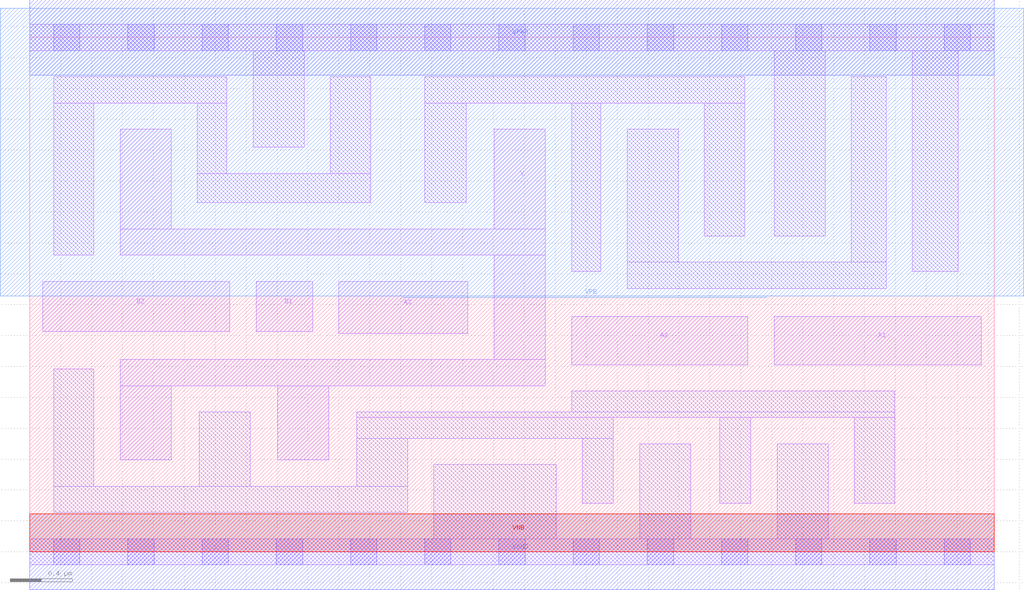
<source format=lef>
# Copyright 2020 The SkyWater PDK Authors
#
# Licensed under the Apache License, Version 2.0 (the "License");
# you may not use this file except in compliance with the License.
# You may obtain a copy of the License at
#
#     https://www.apache.org/licenses/LICENSE-2.0
#
# Unless required by applicable law or agreed to in writing, software
# distributed under the License is distributed on an "AS IS" BASIS,
# WITHOUT WARRANTIES OR CONDITIONS OF ANY KIND, either express or implied.
# See the License for the specific language governing permissions and
# limitations under the License.
#
# SPDX-License-Identifier: Apache-2.0

VERSION 5.7 ;
  NOWIREEXTENSIONATPIN ON ;
  DIVIDERCHAR "/" ;
  BUSBITCHARS "[]" ;
MACRO sky130_fd_sc_lp__o32ai_2
  CLASS CORE ;
  FOREIGN sky130_fd_sc_lp__o32ai_2 ;
  ORIGIN  0.000000  0.000000 ;
  SIZE  6.240000 BY  3.330000 ;
  SYMMETRY X Y R90 ;
  SITE unit ;
  PIN A1
    ANTENNAGATEAREA  0.630000 ;
    DIRECTION INPUT ;
    USE SIGNAL ;
    PORT
      LAYER li1 ;
        RECT 4.815000 1.210000 6.155000 1.525000 ;
    END
  END A1
  PIN A2
    ANTENNAGATEAREA  0.630000 ;
    DIRECTION INPUT ;
    USE SIGNAL ;
    PORT
      LAYER li1 ;
        RECT 3.505000 1.210000 4.645000 1.525000 ;
    END
  END A2
  PIN A3
    ANTENNAGATEAREA  0.630000 ;
    DIRECTION INPUT ;
    USE SIGNAL ;
    PORT
      LAYER li1 ;
        RECT 2.000000 1.415000 2.835000 1.750000 ;
    END
  END A3
  PIN B1
    ANTENNAGATEAREA  0.630000 ;
    DIRECTION INPUT ;
    USE SIGNAL ;
    PORT
      LAYER li1 ;
        RECT 1.465000 1.425000 1.830000 1.750000 ;
    END
  END B1
  PIN B2
    ANTENNAGATEAREA  0.630000 ;
    DIRECTION INPUT ;
    USE SIGNAL ;
    PORT
      LAYER li1 ;
        RECT 0.085000 1.425000 1.295000 1.750000 ;
    END
  END B2
  PIN Y
    ANTENNADIFFAREA  1.243200 ;
    DIRECTION OUTPUT ;
    USE SIGNAL ;
    PORT
      LAYER li1 ;
        RECT 0.585000 0.595000 0.915000 1.075000 ;
        RECT 0.585000 1.075000 3.335000 1.245000 ;
        RECT 0.585000 1.920000 3.335000 2.090000 ;
        RECT 0.585000 2.090000 0.915000 2.735000 ;
        RECT 1.605000 0.595000 1.935000 1.075000 ;
        RECT 3.005000 1.245000 3.335000 1.920000 ;
        RECT 3.005000 2.090000 3.335000 2.735000 ;
    END
  END Y
  PIN VGND
    DIRECTION INOUT ;
    USE GROUND ;
    PORT
      LAYER met1 ;
        RECT 0.000000 -0.245000 6.240000 0.245000 ;
    END
  END VGND
  PIN VNB
    DIRECTION INOUT ;
    USE GROUND ;
    PORT
      LAYER pwell ;
        RECT 0.000000 0.000000 6.240000 0.245000 ;
    END
  END VNB
  PIN VPB
    DIRECTION INOUT ;
    USE POWER ;
    PORT
      LAYER nwell ;
        RECT -0.190000 1.655000 6.430000 3.520000 ;
        RECT  2.415000 1.645000 4.765000 1.655000 ;
    END
  END VPB
  PIN VPWR
    DIRECTION INOUT ;
    USE POWER ;
    PORT
      LAYER met1 ;
        RECT 0.000000 3.085000 6.240000 3.575000 ;
    END
  END VPWR
  OBS
    LAYER li1 ;
      RECT 0.000000 -0.085000 6.240000 0.085000 ;
      RECT 0.000000  3.245000 6.240000 3.415000 ;
      RECT 0.155000  0.255000 2.445000 0.425000 ;
      RECT 0.155000  0.425000 0.415000 1.185000 ;
      RECT 0.155000  1.920000 0.415000 2.905000 ;
      RECT 0.155000  2.905000 1.275000 3.075000 ;
      RECT 1.085000  2.260000 2.205000 2.450000 ;
      RECT 1.085000  2.450000 1.275000 2.905000 ;
      RECT 1.095000  0.425000 1.425000 0.905000 ;
      RECT 1.445000  2.620000 1.775000 3.245000 ;
      RECT 1.945000  2.450000 2.205000 3.075000 ;
      RECT 2.115000  0.425000 2.445000 0.735000 ;
      RECT 2.115000  0.735000 3.775000 0.870000 ;
      RECT 2.115000  0.870000 5.595000 0.905000 ;
      RECT 2.555000  2.260000 2.825000 2.905000 ;
      RECT 2.555000  2.905000 4.625000 3.075000 ;
      RECT 2.615000  0.085000 3.405000 0.565000 ;
      RECT 3.505000  0.905000 5.595000 1.040000 ;
      RECT 3.505000  1.815000 3.695000 2.905000 ;
      RECT 3.575000  0.315000 3.775000 0.735000 ;
      RECT 3.865000  1.705000 5.540000 1.875000 ;
      RECT 3.865000  1.875000 4.195000 2.735000 ;
      RECT 3.945000  0.085000 4.275000 0.700000 ;
      RECT 4.365000  2.045000 4.625000 2.905000 ;
      RECT 4.465000  0.315000 4.665000 0.870000 ;
      RECT 4.815000  2.045000 5.145000 3.245000 ;
      RECT 4.835000  0.085000 5.165000 0.700000 ;
      RECT 5.315000  1.875000 5.540000 3.075000 ;
      RECT 5.335000  0.315000 5.595000 0.870000 ;
      RECT 5.710000  1.815000 6.005000 3.245000 ;
    LAYER mcon ;
      RECT 0.155000 -0.085000 0.325000 0.085000 ;
      RECT 0.155000  3.245000 0.325000 3.415000 ;
      RECT 0.635000 -0.085000 0.805000 0.085000 ;
      RECT 0.635000  3.245000 0.805000 3.415000 ;
      RECT 1.115000 -0.085000 1.285000 0.085000 ;
      RECT 1.115000  3.245000 1.285000 3.415000 ;
      RECT 1.595000 -0.085000 1.765000 0.085000 ;
      RECT 1.595000  3.245000 1.765000 3.415000 ;
      RECT 2.075000 -0.085000 2.245000 0.085000 ;
      RECT 2.075000  3.245000 2.245000 3.415000 ;
      RECT 2.555000 -0.085000 2.725000 0.085000 ;
      RECT 2.555000  3.245000 2.725000 3.415000 ;
      RECT 3.035000 -0.085000 3.205000 0.085000 ;
      RECT 3.035000  3.245000 3.205000 3.415000 ;
      RECT 3.515000 -0.085000 3.685000 0.085000 ;
      RECT 3.515000  3.245000 3.685000 3.415000 ;
      RECT 3.995000 -0.085000 4.165000 0.085000 ;
      RECT 3.995000  3.245000 4.165000 3.415000 ;
      RECT 4.475000 -0.085000 4.645000 0.085000 ;
      RECT 4.475000  3.245000 4.645000 3.415000 ;
      RECT 4.955000 -0.085000 5.125000 0.085000 ;
      RECT 4.955000  3.245000 5.125000 3.415000 ;
      RECT 5.435000 -0.085000 5.605000 0.085000 ;
      RECT 5.435000  3.245000 5.605000 3.415000 ;
      RECT 5.915000 -0.085000 6.085000 0.085000 ;
      RECT 5.915000  3.245000 6.085000 3.415000 ;
  END
END sky130_fd_sc_lp__o32ai_2
END LIBRARY

</source>
